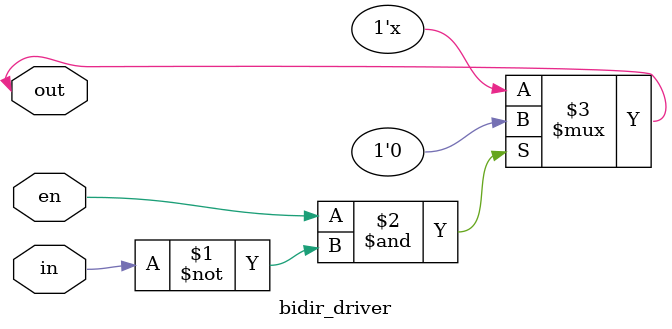
<source format=v>

module bidir_driver(en, in, out);
	input en, in;
	inout out;


	assign out = (en & ~in) ? 1'b0 : 1'bz;
endmodule

</source>
